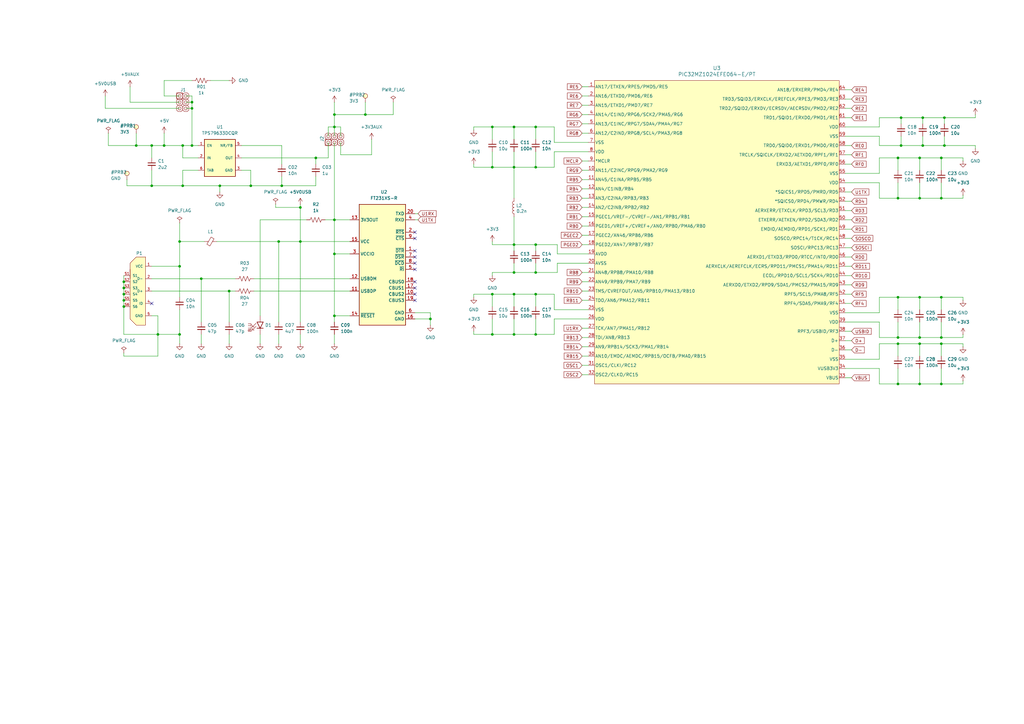
<source format=kicad_sch>
(kicad_sch (version 20250114) (generator "eeschema") (generator_version "9.0")
  (paper "A3")
  (junction (at 386.08 138.43))
  (junction (at 62.23 76.2))
  (junction (at 219.71 68.58))
  (junction (at 201.93 120.65))
  (junction (at 123.19 85.09))
  (junction (at 368.3 64.77))
  (junction (at 50.8 115.57))
  (junction (at 137.16 52.07))
  (junction (at 78.74 44.45))
  (junction (at 67.31 59.69))
  (junction (at 378.46 48.26))
  (junction (at 386.08 64.77))
  (junction (at 129.54 64.77))
  (junction (at 137.16 129.54))
  (junction (at 82.55 114.3))
  (junction (at 219.71 52.07))
  (junction (at 115.57 76.2))
  (junction (at 378.46 59.69))
  (junction (at 377.19 138.43))
  (junction (at 73.66 99.06))
  (junction (at 137.16 104.14))
  (junction (at 219.71 137.16))
  (junction (at 114.3 99.06))
  (junction (at 93.98 119.38))
  (junction (at 387.35 59.69))
  (junction (at 386.08 121.92))
  (junction (at 377.19 81.28))
  (junction (at 78.74 41.91))
  (junction (at 201.93 68.58))
  (junction (at 73.66 137.16))
  (junction (at 55.88 59.69))
  (junction (at 210.82 120.65))
  (junction (at 377.19 121.92))
  (junction (at 377.19 157.48))
  (junction (at 74.93 59.69))
  (junction (at 210.82 137.16))
  (junction (at 149.86 46.99))
  (junction (at 201.93 52.07))
  (junction (at 387.35 48.26))
  (junction (at 201.93 137.16))
  (junction (at 137.16 46.99))
  (junction (at 50.8 118.11))
  (junction (at 368.3 81.28))
  (junction (at 368.3 157.48))
  (junction (at 176.53 130.81))
  (junction (at 369.57 59.69))
  (junction (at 64.77 137.16))
  (junction (at 368.3 140.97))
  (junction (at 377.19 140.97))
  (junction (at 219.71 111.76))
  (junction (at 368.3 121.92))
  (junction (at 123.19 99.06))
  (junction (at 50.8 120.65))
  (junction (at 210.82 68.58))
  (junction (at 368.3 138.43))
  (junction (at 219.71 120.65))
  (junction (at 369.57 48.26))
  (junction (at 90.17 76.2))
  (junction (at 210.82 100.33))
  (junction (at 210.82 111.76))
  (junction (at 137.16 90.17))
  (junction (at 78.74 59.69))
  (junction (at 377.19 64.77))
  (junction (at 386.08 140.97))
  (junction (at 50.8 125.73))
  (junction (at 74.93 76.2))
  (junction (at 386.08 81.28))
  (junction (at 219.71 100.33))
  (junction (at 73.66 109.22))
  (junction (at 62.23 59.69))
  (junction (at 210.82 52.07))
  (junction (at 50.8 123.19))
  (junction (at 102.87 76.2))
  (junction (at 386.08 157.48))
  (no_connect (at 170.18 123.19))
  (no_connect (at 62.23 124.46))
  (no_connect (at 170.18 115.57))
  (no_connect (at 170.18 120.65))
  (no_connect (at 170.18 107.95))
  (no_connect (at 170.18 105.41))
  (no_connect (at 170.18 102.87))
  (no_connect (at 170.18 110.49))
  (no_connect (at 170.18 95.25))
  (no_connect (at 170.18 118.11))
  (no_connect (at 170.18 97.79))
  (wire (pts (xy 50.8 123.19) (xy 50.8 125.73)))
  (wire (pts (xy 368.3 64.77) (xy 368.3 69.85)))
  (wire (pts (xy 394.97 64.77) (xy 394.97 66.04)))
  (wire (pts (xy 238.76 111.76) (xy 241.3 111.76)))
  (wire (pts (xy 73.66 99.06) (xy 83.82 99.06)))
  (wire (pts (xy 194.31 120.65) (xy 201.93 120.65)))
  (wire (pts (xy 73.66 39.37) (xy 67.31 39.37)))
  (wire (pts (xy 219.71 130.81) (xy 219.71 137.16)))
  (wire (pts (xy 227.33 127) (xy 241.3 127)))
  (wire (pts (xy 88.9 99.06) (xy 114.3 99.06)))
  (wire (pts (xy 349.25 116.84) (xy 346.71 116.84)))
  (wire (pts (xy 360.68 132.08) (xy 360.68 138.43)))
  (wire (pts (xy 238.76 46.99) (xy 241.3 46.99)))
  (wire (pts (xy 387.35 55.88) (xy 387.35 59.69)))
  (wire (pts (xy 377.19 64.77) (xy 377.19 69.85)))
  (wire (pts (xy 369.57 48.26) (xy 360.68 48.26)))
  (wire (pts (xy 349.25 124.46) (xy 346.71 124.46)))
  (wire (pts (xy 74.93 76.2) (xy 90.17 76.2)))
  (wire (pts (xy 238.76 73.66) (xy 241.3 73.66)))
  (wire (pts (xy 74.93 69.85) (xy 74.93 76.2)))
  (wire (pts (xy 93.98 119.38) (xy 96.52 119.38)))
  (wire (pts (xy 386.08 81.28) (xy 377.19 81.28)))
  (wire (pts (xy 115.57 76.2) (xy 115.57 72.39)))
  (wire (pts (xy 369.57 59.69) (xy 360.68 59.69)))
  (wire (pts (xy 81.28 69.85) (xy 74.93 69.85)))
  (wire (pts (xy 360.68 121.92) (xy 368.3 121.92)))
  (wire (pts (xy 360.68 64.77) (xy 360.68 71.12)))
  (wire (pts (xy 346.71 132.08) (xy 360.68 132.08)))
  (wire (pts (xy 228.6 104.14) (xy 241.3 104.14)))
  (wire (pts (xy 360.68 151.13) (xy 360.68 157.48)))
  (wire (pts (xy 238.76 54.61) (xy 241.3 54.61)))
  (wire (pts (xy 62.23 64.77) (xy 62.23 59.69)))
  (wire (pts (xy 238.76 69.85) (xy 241.3 69.85)))
  (wire (pts (xy 387.35 48.26) (xy 387.35 50.8)))
  (wire (pts (xy 210.82 120.65) (xy 210.82 125.73)))
  (wire (pts (xy 227.33 52.07) (xy 219.71 52.07)))
  (wire (pts (xy 377.19 121.92) (xy 377.19 127)))
  (wire (pts (xy 227.33 58.42) (xy 227.33 52.07)))
  (wire (pts (xy 349.25 86.36) (xy 346.71 86.36)))
  (wire (pts (xy 227.33 127) (xy 227.33 120.65)))
  (wire (pts (xy 194.31 135.89) (xy 194.31 137.16)))
  (wire (pts (xy 123.19 85.09) (xy 123.19 99.06)))
  (wire (pts (xy 78.74 44.45) (xy 78.74 59.69)))
  (wire (pts (xy 386.08 64.77) (xy 377.19 64.77)))
  (wire (pts (xy 50.8 137.16) (xy 64.77 137.16)))
  (wire (pts (xy 149.86 41.91) (xy 149.86 46.99)))
  (wire (pts (xy 349.25 139.7) (xy 346.71 139.7)))
  (wire (pts (xy 176.53 130.81) (xy 170.18 130.81)))
  (wire (pts (xy 53.34 35.56) (xy 53.34 41.91)))
  (wire (pts (xy 368.3 74.93) (xy 368.3 81.28)))
  (wire (pts (xy 137.16 129.54) (xy 143.51 129.54)))
  (wire (pts (xy 201.93 111.76) (xy 210.82 111.76)))
  (wire (pts (xy 227.33 130.81) (xy 241.3 130.81)))
  (wire (pts (xy 400.05 46.99) (xy 400.05 48.26)))
  (wire (pts (xy 194.31 68.58) (xy 201.93 68.58)))
  (wire (pts (xy 349.25 36.83) (xy 346.71 36.83)))
  (wire (pts (xy 368.3 140.97) (xy 377.19 140.97)))
  (wire (pts (xy 349.25 90.17) (xy 346.71 90.17)))
  (wire (pts (xy 219.71 111.76) (xy 228.6 111.76)))
  (wire (pts (xy 377.19 140.97) (xy 377.19 146.05)))
  (wire (pts (xy 349.25 82.55) (xy 346.71 82.55)))
  (wire (pts (xy 73.66 91.44) (xy 73.66 99.06)))
  (wire (pts (xy 349.25 101.6) (xy 346.71 101.6)))
  (wire (pts (xy 67.31 59.69) (xy 74.93 59.69)))
  (wire (pts (xy 64.77 129.54) (xy 64.77 137.16)))
  (wire (pts (xy 219.71 52.07) (xy 210.82 52.07)))
  (wire (pts (xy 387.35 59.69) (xy 378.46 59.69)))
  (wire (pts (xy 219.71 120.65) (xy 210.82 120.65)))
  (wire (pts (xy 62.23 76.2) (xy 74.93 76.2)))
  (wire (pts (xy 137.16 46.99) (xy 137.16 52.07)))
  (wire (pts (xy 113.03 85.09) (xy 113.03 83.82)))
  (wire (pts (xy 73.66 109.22) (xy 73.66 121.92)))
  (wire (pts (xy 123.19 99.06) (xy 114.3 99.06)))
  (wire (pts (xy 377.19 151.13) (xy 377.19 157.48)))
  (wire (pts (xy 78.74 41.91) (xy 76.2 41.91)))
  (wire (pts (xy 106.68 90.17) (xy 125.73 90.17)))
  (wire (pts (xy 368.3 140.97) (xy 368.3 146.05)))
  (wire (pts (xy 201.93 62.23) (xy 201.93 68.58)))
  (wire (pts (xy 201.93 111.76) (xy 201.93 113.03)))
  (wire (pts (xy 386.08 138.43) (xy 377.19 138.43)))
  (wire (pts (xy 210.82 111.76) (xy 219.71 111.76)))
  (wire (pts (xy 346.71 147.32) (xy 360.68 147.32)))
  (wire (pts (xy 394.97 81.28) (xy 386.08 81.28)))
  (wire (pts (xy 137.16 41.91) (xy 137.16 46.99)))
  (wire (pts (xy 238.76 138.43) (xy 241.3 138.43)))
  (wire (pts (xy 368.3 151.13) (xy 368.3 157.48)))
  (wire (pts (xy 346.71 52.07) (xy 360.68 52.07)))
  (wire (pts (xy 386.08 151.13) (xy 386.08 157.48)))
  (wire (pts (xy 394.97 121.92) (xy 394.97 123.19)))
  (wire (pts (xy 194.31 67.31) (xy 194.31 68.58)))
  (wire (pts (xy 227.33 130.81) (xy 227.33 137.16)))
  (wire (pts (xy 50.8 118.11) (xy 50.8 120.65)))
  (wire (pts (xy 62.23 114.3) (xy 82.55 114.3)))
  (wire (pts (xy 201.93 52.07) (xy 201.93 57.15)))
  (wire (pts (xy 219.71 107.95) (xy 219.71 111.76)))
  (wire (pts (xy 227.33 58.42) (xy 241.3 58.42)))
  (wire (pts (xy 106.68 137.16) (xy 106.68 140.97)))
  (wire (pts (xy 194.31 52.07) (xy 194.31 53.34)))
  (wire (pts (xy 360.68 121.92) (xy 360.68 128.27)))
  (wire (pts (xy 394.97 140.97) (xy 386.08 140.97)))
  (wire (pts (xy 377.19 132.08) (xy 377.19 138.43)))
  (wire (pts (xy 394.97 140.97) (xy 394.97 142.24)))
  (wire (pts (xy 368.3 132.08) (xy 368.3 138.43)))
  (wire (pts (xy 134.62 52.07) (xy 137.16 52.07)))
  (wire (pts (xy 50.8 115.57) (xy 50.8 118.11)))
  (wire (pts (xy 349.25 97.79) (xy 346.71 97.79)))
  (wire (pts (xy 129.54 67.31) (xy 129.54 64.77)))
  (wire (pts (xy 99.06 64.77) (xy 129.54 64.77)))
  (wire (pts (xy 369.57 48.26) (xy 369.57 50.8)))
  (wire (pts (xy 137.16 129.54) (xy 137.16 132.08)))
  (wire (pts (xy 194.31 52.07) (xy 201.93 52.07)))
  (wire (pts (xy 210.82 100.33) (xy 219.71 100.33)))
  (wire (pts (xy 219.71 68.58) (xy 227.33 68.58)))
  (wire (pts (xy 210.82 130.81) (xy 210.82 137.16)))
  (wire (pts (xy 378.46 48.26) (xy 378.46 50.8)))
  (wire (pts (xy 139.7 63.5) (xy 152.4 63.5)))
  (wire (pts (xy 377.19 74.93) (xy 377.19 81.28)))
  (wire (pts (xy 386.08 157.48) (xy 377.19 157.48)))
  (wire (pts (xy 369.57 55.88) (xy 369.57 59.69)))
  (wire (pts (xy 360.68 64.77) (xy 368.3 64.77)))
  (wire (pts (xy 78.74 44.45) (xy 78.74 41.91)))
  (wire (pts (xy 349.25 93.98) (xy 346.71 93.98)))
  (wire (pts (xy 210.82 68.58) (xy 210.82 81.28)))
  (wire (pts (xy 86.36 33.02) (xy 93.98 33.02)))
  (wire (pts (xy 349.25 143.51) (xy 346.71 143.51)))
  (wire (pts (xy 113.03 85.09) (xy 123.19 85.09)))
  (wire (pts (xy 201.93 120.65) (xy 201.93 125.73)))
  (wire (pts (xy 349.25 113.03) (xy 346.71 113.03)))
  (wire (pts (xy 238.76 123.19) (xy 241.3 123.19)))
  (wire (pts (xy 394.97 80.01) (xy 394.97 81.28)))
  (wire (pts (xy 394.97 64.77) (xy 386.08 64.77)))
  (wire (pts (xy 78.74 59.69) (xy 81.28 59.69)))
  (wire (pts (xy 219.71 137.16) (xy 227.33 137.16)))
  (wire (pts (xy 143.51 90.17) (xy 137.16 90.17)))
  (wire (pts (xy 368.3 138.43) (xy 360.68 138.43)))
  (wire (pts (xy 93.98 119.38) (xy 93.98 132.08)))
  (wire (pts (xy 210.82 52.07) (xy 210.82 57.15)))
  (wire (pts (xy 346.71 128.27) (xy 360.68 128.27)))
  (wire (pts (xy 78.74 39.37) (xy 78.74 41.91)))
  (wire (pts (xy 137.16 104.14) (xy 137.16 129.54)))
  (wire (pts (xy 227.33 62.23) (xy 241.3 62.23)))
  (wire (pts (xy 368.3 81.28) (xy 360.68 81.28)))
  (wire (pts (xy 115.57 67.31) (xy 115.57 59.69)))
  (wire (pts (xy 346.71 55.88) (xy 360.68 55.88)))
  (wire (pts (xy 228.6 104.14) (xy 228.6 100.33)))
  (wire (pts (xy 238.76 92.71) (xy 241.3 92.71)))
  (wire (pts (xy 64.77 146.05) (xy 50.8 146.05)))
  (wire (pts (xy 74.93 59.69) (xy 78.74 59.69)))
  (wire (pts (xy 73.66 99.06) (xy 73.66 109.22)))
  (wire (pts (xy 64.77 137.16) (xy 73.66 137.16)))
  (wire (pts (xy 115.57 59.69) (xy 99.06 59.69)))
  (wire (pts (xy 201.93 120.65) (xy 210.82 120.65)))
  (wire (pts (xy 137.16 52.07) (xy 137.16 55.88)))
  (wire (pts (xy 52.07 76.2) (xy 62.23 76.2)))
  (wire (pts (xy 123.19 137.16) (xy 123.19 140.97)))
  (wire (pts (xy 114.3 137.16) (xy 114.3 140.97)))
  (wire (pts (xy 400.05 48.26) (xy 387.35 48.26)))
  (wire (pts (xy 106.68 90.17) (xy 106.68 129.54)))
  (wire (pts (xy 349.25 40.64) (xy 346.71 40.64)))
  (wire (pts (xy 90.17 76.2) (xy 90.17 78.74)))
  (wire (pts (xy 238.76 100.33) (xy 241.3 100.33)))
  (wire (pts (xy 238.76 35.56) (xy 241.3 35.56)))
  (wire (pts (xy 67.31 39.37) (xy 67.31 33.02)))
  (wire (pts (xy 394.97 138.43) (xy 386.08 138.43)))
  (wire (pts (xy 62.23 109.22) (xy 73.66 109.22)))
  (wire (pts (xy 139.7 58.42) (xy 139.7 63.5)))
  (wire (pts (xy 394.97 157.48) (xy 386.08 157.48)))
  (wire (pts (xy 82.55 132.08) (xy 82.55 114.3)))
  (wire (pts (xy 368.3 157.48) (xy 360.68 157.48)))
  (wire (pts (xy 394.97 137.16) (xy 394.97 138.43)))
  (wire (pts (xy 102.87 69.85) (xy 99.06 69.85)))
  (wire (pts (xy 67.31 54.61) (xy 67.31 59.69)))
  (wire (pts (xy 170.18 90.17) (xy 171.45 90.17)))
  (wire (pts (xy 349.25 78.74) (xy 346.71 78.74)))
  (wire (pts (xy 201.93 130.81) (xy 201.93 137.16)))
  (wire (pts (xy 210.82 68.58) (xy 219.71 68.58)))
  (wire (pts (xy 64.77 137.16) (xy 64.77 146.05)))
  (wire (pts (xy 123.19 85.09) (xy 123.19 83.82)))
  (wire (pts (xy 170.18 87.63) (xy 171.45 87.63)))
  (wire (pts (xy 400.05 59.69) (xy 387.35 59.69)))
  (wire (pts (xy 394.97 121.92) (xy 386.08 121.92)))
  (wire (pts (xy 238.76 50.8) (xy 241.3 50.8)))
  (wire (pts (xy 194.31 137.16) (xy 201.93 137.16)))
  (wire (pts (xy 115.57 76.2) (xy 129.54 76.2)))
  (wire (pts (xy 67.31 33.02) (xy 78.74 33.02)))
  (wire (pts (xy 137.16 90.17) (xy 137.16 104.14)))
  (wire (pts (xy 55.88 59.69) (xy 62.23 59.69)))
  (wire (pts (xy 349.25 63.5) (xy 346.71 63.5)))
  (wire (pts (xy 50.8 120.65) (xy 50.8 123.19)))
  (wire (pts (xy 62.23 76.2) (xy 62.23 69.85)))
  (wire (pts (xy 349.25 44.45) (xy 346.71 44.45)))
  (wire (pts (xy 73.66 127) (xy 73.66 137.16)))
  (wire (pts (xy 210.82 88.9) (xy 210.82 100.33)))
  (wire (pts (xy 360.68 140.97) (xy 368.3 140.97)))
  (wire (pts (xy 201.93 137.16) (xy 210.82 137.16)))
  (wire (pts (xy 349.25 135.89) (xy 346.71 135.89)))
  (wire (pts (xy 134.62 55.88) (xy 134.62 52.07)))
  (wire (pts (xy 62.23 119.38) (xy 93.98 119.38)))
  (wire (pts (xy 149.86 46.99) (xy 137.16 46.99)))
  (wire (pts (xy 210.82 137.16) (xy 219.71 137.16)))
  (wire (pts (xy 44.45 59.69) (xy 55.88 59.69)))
  (wire (pts (xy 67.31 59.69) (xy 62.23 59.69)))
  (wire (pts (xy 170.18 128.27) (xy 176.53 128.27)))
  (wire (pts (xy 114.3 99.06) (xy 114.3 132.08)))
  (wire (pts (xy 349.25 109.22) (xy 346.71 109.22)))
  (wire (pts (xy 123.19 99.06) (xy 123.19 132.08)))
  (wire (pts (xy 360.68 74.93) (xy 360.68 81.28)))
  (wire (pts (xy 143.51 119.38) (xy 104.14 119.38)))
  (wire (pts (xy 238.76 66.04) (xy 241.3 66.04)))
  (wire (pts (xy 50.8 125.73) (xy 50.8 137.16)))
  (wire (pts (xy 143.51 99.06) (xy 123.19 99.06)))
  (wire (pts (xy 43.18 39.37) (xy 43.18 44.45)))
  (wire (pts (xy 219.71 62.23) (xy 219.71 68.58)))
  (wire (pts (xy 386.08 140.97) (xy 377.19 140.97)))
  (wire (pts (xy 360.68 55.88) (xy 360.68 59.69)))
  (wire (pts (xy 137.16 58.42) (xy 137.16 90.17)))
  (wire (pts (xy 349.25 67.31) (xy 346.71 67.31)))
  (wire (pts (xy 81.28 64.77) (xy 74.93 64.77)))
  (wire (pts (xy 238.76 142.24) (xy 241.3 142.24)))
  (wire (pts (xy 360.68 71.12) (xy 346.71 71.12)))
  (wire (pts (xy 82.55 137.16) (xy 82.55 140.97)))
  (wire (pts (xy 238.76 81.28) (xy 241.3 81.28)))
  (wire (pts (xy 137.16 137.16) (xy 137.16 140.97)))
  (wire (pts (xy 219.71 120.65) (xy 219.71 125.73)))
  (wire (pts (xy 227.33 120.65) (xy 219.71 120.65)))
  (wire (pts (xy 50.8 113.03) (xy 50.8 115.57)))
  (wire (pts (xy 74.93 64.77) (xy 74.93 59.69)))
  (wire (pts (xy 238.76 43.18) (xy 241.3 43.18)))
  (wire (pts (xy 349.25 154.94) (xy 346.71 154.94)))
  (wire (pts (xy 201.93 68.58) (xy 210.82 68.58)))
  (wire (pts (xy 73.66 44.45) (xy 43.18 44.45)))
  (wire (pts (xy 161.29 46.99) (xy 149.86 46.99)))
  (wire (pts (xy 238.76 88.9) (xy 241.3 88.9)))
  (wire (pts (xy 201.93 100.33) (xy 210.82 100.33)))
  (wire (pts (xy 378.46 55.88) (xy 378.46 59.69)))
  (wire (pts (xy 349.25 59.69) (xy 346.71 59.69)))
  (wire (pts (xy 386.08 74.93) (xy 386.08 81.28)))
  (wire (pts (xy 238.76 77.47) (xy 241.3 77.47)))
  (wire (pts (xy 386.08 121.92) (xy 386.08 127)))
  (wire (pts (xy 238.76 96.52) (xy 241.3 96.52)))
  (wire (pts (xy 139.7 52.07) (xy 139.7 55.88)))
  (wire (pts (xy 349.25 120.65) (xy 346.71 120.65)))
  (wire (pts (xy 360.68 74.93) (xy 346.71 74.93)))
  (wire (pts (xy 400.05 59.69) (xy 400.05 60.96)))
  (wire (pts (xy 137.16 52.07) (xy 139.7 52.07)))
  (wire (pts (xy 134.62 64.77) (xy 134.62 58.42)))
  (wire (pts (xy 102.87 76.2) (xy 115.57 76.2)))
  (wire (pts (xy 368.3 121.92) (xy 368.3 127)))
  (wire (pts (xy 93.98 137.16) (xy 93.98 140.97)))
  (wire (pts (xy 210.82 62.23) (xy 210.82 68.58)))
  (wire (pts (xy 137.16 104.14) (xy 143.51 104.14)))
  (wire (pts (xy 360.68 52.07) (xy 360.68 48.26)))
  (wire (pts (xy 238.76 119.38) (xy 241.3 119.38)))
  (wire (pts (xy 129.54 76.2) (xy 129.54 72.39)))
  (wire (pts (xy 176.53 130.81) (xy 176.53 133.35)))
  (wire (pts (xy 386.08 132.08) (xy 386.08 138.43)))
  (wire (pts (xy 360.68 140.97) (xy 360.68 147.32)))
  (wire (pts (xy 238.76 134.62) (xy 241.3 134.62)))
  (wire (pts (xy 394.97 156.21) (xy 394.97 157.48)))
  (wire (pts (xy 386.08 121.92) (xy 377.19 121.92)))
  (wire (pts (xy 161.29 41.91) (xy 161.29 46.99)))
  (wire (pts (xy 228.6 107.95) (xy 241.3 107.95)))
  (wire (pts (xy 76.2 44.45) (xy 78.74 44.45)))
  (wire (pts (xy 238.76 85.09) (xy 241.3 85.09)))
  (wire (pts (xy 227.33 62.23) (xy 227.33 68.58)))
  (wire (pts (xy 346.71 151.13) (xy 360.68 151.13)))
  (wire (pts (xy 219.71 52.07) (xy 219.71 57.15)))
  (wire (pts (xy 238.76 153.67) (xy 241.3 153.67)))
  (wire (pts (xy 377.19 157.48) (xy 368.3 157.48)))
  (wire (pts (xy 55.88 54.61) (xy 55.88 59.69)))
  (wire (pts (xy 368.3 121.92) (xy 377.19 121.92)))
  (wire (pts (xy 73.66 137.16) (xy 73.66 140.97)))
  (wire (pts (xy 349.25 48.26) (xy 346.71 48.26)))
  (wire (pts (xy 387.35 48.26) (xy 378.46 48.26)))
  (wire (pts (xy 219.71 100.33) (xy 228.6 100.33)))
  (wire (pts (xy 73.66 41.91) (xy 53.34 41.91)))
  (wire (pts (xy 62.23 129.54) (xy 64.77 129.54)))
  (wire (pts (xy 368.3 64.77) (xy 377.19 64.77)))
  (wire (pts (xy 201.93 52.07) (xy 210.82 52.07)))
  (wire (pts (xy 133.35 90.17) (xy 137.16 90.17)))
  (wire (pts (xy 82.55 114.3) (xy 96.52 114.3)))
  (wire (pts (xy 52.07 73.66) (xy 52.07 76.2)))
  (wire (pts (xy 210.82 100.33) (xy 210.82 102.87)))
  (wire (pts (xy 104.14 114.3) (xy 143.51 114.3)))
  (wire (pts (xy 210.82 107.95) (xy 210.82 111.76)))
  (wire (pts (xy 377.19 81.28) (xy 368.3 81.28)))
  (wire (pts (xy 228.6 107.95) (xy 228.6 111.76)))
  (wire (pts (xy 378.46 59.69) (xy 369.57 59.69)))
  (wire (pts (xy 386.08 140.97) (xy 386.08 146.05)))
  (wire (pts (xy 377.19 138.43) (xy 368.3 138.43)))
  (wire (pts (xy 238.76 39.37) (xy 241.3 39.37)))
  (wire (pts (xy 176.53 128.27) (xy 176.53 130.81)))
  (wire (pts (xy 194.31 120.65) (xy 194.31 121.92)))
  (wire (pts (xy 219.71 100.33) (xy 219.71 102.87)))
  (wire (pts (xy 378.46 48.26) (xy 369.57 48.26)))
  (wire (pts (xy 90.17 76.2) (xy 102.87 76.2)))
  (wire (pts (xy 349.25 105.41) (xy 346.71 105.41)))
  (wire (pts (xy 201.93 99.06) (xy 201.93 100.33)))
  (wire (pts (xy 76.2 39.37) (xy 78.74 39.37)))
  (wire (pts (xy 386.08 64.77) (xy 386.08 69.85)))
  (wire (pts (xy 238.76 115.57) (xy 241.3 115.57)))
  (wire (pts (xy 50.8 144.78) (xy 50.8 146.05)))
  (wire (pts (xy 102.87 76.2) (xy 102.87 69.85)))
  (wire (pts (xy 129.54 64.77) (xy 134.62 64.77)))
  (wire (pts (xy 238.76 149.86) (xy 241.3 149.86)))
  (wire (pts (xy 238.76 146.05) (xy 241.3 146.05)))
  (wire (pts (xy 44.45 59.69) (xy 44.45 54.61)))
  (wire (pts (xy 152.4 57.15) (xy 152.4 63.5)))
  (global_label "RD9" (shape input) (at 349.25 116.84 0) (property "Intersheetrefs" "${INTERSHEET_REFS}" (effects (hide yes))))
  (global_label "RD1" (shape input) (at 349.25 93.98 0) (property "Intersheetrefs" "${INTERSHEET_REFS}" (effects (hide yes))))
  (global_label "OSC2" (shape input) (at 238.76 153.67 180) (property "Intersheetrefs" "${INTERSHEET_REFS}" (effects (hide yes))))
  (global_label "RB2" (shape input) (at 238.76 85.09 180) (property "Intersheetrefs" "${INTERSHEET_REFS}" (effects (hide yes))))
  (global_label "RE2" (shape input) (at 349.25 44.45 0) (property "Intersheetrefs" "${INTERSHEET_REFS}" (effects (hide yes))))
  (global_label "MCLR" (shape input) (at 238.76 66.04 180) (property "Intersheetrefs" "${INTERSHEET_REFS}" (effects (hide yes))))
  (global_label "U1RX" (shape input) (at 238.76 134.62 180) (property "Intersheetrefs" "${INTERSHEET_REFS}" (effects (hide yes))))
  (global_label "RB5" (shape input) (at 238.76 73.66 180) (property "Intersheetrefs" "${INTERSHEET_REFS}" (effects (hide yes))))
  (global_label "RD3" (shape input) (at 349.25 86.36 0) (property "Intersheetrefs" "${INTERSHEET_REFS}" (effects (hide yes))))
  (global_label "RE3" (shape input) (at 349.25 40.64 0) (property "Intersheetrefs" "${INTERSHEET_REFS}" (effects (hide yes))))
  (global_label "RG6" (shape input) (at 238.76 46.99 180) (property "Intersheetrefs" "${INTERSHEET_REFS}" (effects (hide yes))))
  (global_label "RB15" (shape input) (at 238.76 146.05 180) (property "Intersheetrefs" "${INTERSHEET_REFS}" (effects (hide yes))))
  (global_label "RF1" (shape input) (at 349.25 63.5 0) (property "Intersheetrefs" "${INTERSHEET_REFS}" (effects (hide yes))))
  (global_label "RF4" (shape input) (at 349.25 124.46 0) (property "Intersheetrefs" "${INTERSHEET_REFS}" (effects (hide yes))))
  (global_label "RD11" (shape input) (at 349.25 109.22 0) (property "Intersheetrefs" "${INTERSHEET_REFS}" (effects (hide yes))))
  (global_label "U1TX" (shape input) (at 171.45 90.17 0) (property "Intersheetrefs" "${INTERSHEET_REFS}" (effects (hide yes))))
  (global_label "RF0" (shape input) (at 349.25 67.31 0) (property "Intersheetrefs" "${INTERSHEET_REFS}" (effects (hide yes))))
  (global_label "RB11" (shape input) (at 238.76 123.19 180) (property "Intersheetrefs" "${INTERSHEET_REFS}" (effects (hide yes))))
  (global_label "RF5" (shape input) (at 349.25 120.65 0) (property "Intersheetrefs" "${INTERSHEET_REFS}" (effects (hide yes))))
  (global_label "RB3" (shape input) (at 238.76 81.28 180) (property "Intersheetrefs" "${INTERSHEET_REFS}" (effects (hide yes))))
  (global_label "USBID" (shape input) (at 349.25 135.89 0) (property "Intersheetrefs" "${INTERSHEET_REFS}" (effects (hide yes))))
  (global_label "PGED2" (shape input) (at 238.76 100.33 180) (property "Intersheetrefs" "${INTERSHEET_REFS}" (effects (hide yes))))
  (global_label "RB1" (shape input) (at 238.76 88.9 180) (property "Intersheetrefs" "${INTERSHEET_REFS}" (effects (hide yes))))
  (global_label "RE5" (shape input) (at 238.76 35.56 180) (property "Intersheetrefs" "${INTERSHEET_REFS}" (effects (hide yes))))
  (global_label "RB13" (shape input) (at 238.76 138.43 180) (property "Intersheetrefs" "${INTERSHEET_REFS}" (effects (hide yes))))
  (global_label "D-" (shape input) (at 349.25 143.51 0) (property "Intersheetrefs" "${INTERSHEET_REFS}" (effects (hide yes))))
  (global_label "RE6" (shape input) (at 238.76 39.37 180) (property "Intersheetrefs" "${INTERSHEET_REFS}" (effects (hide yes))))
  (global_label "RD10" (shape input) (at 349.25 113.03 0) (property "Intersheetrefs" "${INTERSHEET_REFS}" (effects (hide yes))))
  (global_label "RE4" (shape input) (at 349.25 36.83 0) (property "Intersheetrefs" "${INTERSHEET_REFS}" (effects (hide yes))))
  (global_label "U1RX" (shape input) (at 171.45 87.63 0) (property "Intersheetrefs" "${INTERSHEET_REFS}" (effects (hide yes))))
  (global_label "RB14" (shape input) (at 238.76 142.24 180) (property "Intersheetrefs" "${INTERSHEET_REFS}" (effects (hide yes))))
  (global_label "RD2" (shape input) (at 349.25 90.17 0) (property "Intersheetrefs" "${INTERSHEET_REFS}" (effects (hide yes))))
  (global_label "RD4" (shape input) (at 349.25 82.55 0) (property "Intersheetrefs" "${INTERSHEET_REFS}" (effects (hide yes))))
  (global_label "RB10" (shape input) (at 238.76 119.38 180) (property "Intersheetrefs" "${INTERSHEET_REFS}" (effects (hide yes))))
  (global_label "RE7" (shape input) (at 238.76 43.18 180) (property "Intersheetrefs" "${INTERSHEET_REFS}" (effects (hide yes))))
  (global_label "RD0" (shape input) (at 349.25 105.41 0) (property "Intersheetrefs" "${INTERSHEET_REFS}" (effects (hide yes))))
  (global_label "PGEC2" (shape input) (at 238.76 96.52 180) (property "Intersheetrefs" "${INTERSHEET_REFS}" (effects (hide yes))))
  (global_label "D+" (shape input) (at 349.25 139.7 0) (property "Intersheetrefs" "${INTERSHEET_REFS}" (effects (hide yes))))
  (global_label "RG7" (shape input) (at 238.76 50.8 180) (property "Intersheetrefs" "${INTERSHEET_REFS}" (effects (hide yes))))
  (global_label "RB8" (shape input) (at 238.76 111.76 180) (property "Intersheetrefs" "${INTERSHEET_REFS}" (effects (hide yes))))
  (global_label "RE0" (shape input) (at 349.25 59.69 0) (property "Intersheetrefs" "${INTERSHEET_REFS}" (effects (hide yes))))
  (global_label "RB0" (shape input) (at 238.76 92.71 180) (property "Intersheetrefs" "${INTERSHEET_REFS}" (effects (hide yes))))
  (global_label "SOSCI" (shape input) (at 349.25 101.6 0) (property "Intersheetrefs" "${INTERSHEET_REFS}" (effects (hide yes))))
  (global_label "RG8" (shape input) (at 238.76 54.61 180) (property "Intersheetrefs" "${INTERSHEET_REFS}" (effects (hide yes))))
  (global_label "SOSCO" (shape input) (at 349.25 97.79 0) (property "Intersheetrefs" "${INTERSHEET_REFS}" (effects (hide yes))))
  (global_label "RE1" (shape input) (at 349.25 48.26 0) (property "Intersheetrefs" "${INTERSHEET_REFS}" (effects (hide yes))))
  (global_label "VBUS" (shape input) (at 349.25 154.94 0) (property "Intersheetrefs" "${INTERSHEET_REFS}" (effects (hide yes))))
  (global_label "RB4" (shape input) (at 238.76 77.47 180) (property "Intersheetrefs" "${INTERSHEET_REFS}" (effects (hide yes))))
  (global_label "RB9" (shape input) (at 238.76 115.57 180) (property "Intersheetrefs" "${INTERSHEET_REFS}" (effects (hide yes))))
  (global_label "U1TX" (shape input) (at 349.25 78.74 0) (property "Intersheetrefs" "${INTERSHEET_REFS}" (effects (hide yes))))
  (global_label "RG9" (shape input) (at 238.76 69.85 180) (property "Intersheetrefs" "${INTERSHEET_REFS}" (effects (hide yes))))
  (global_label "OSC1" (shape input) (at 238.76 149.86 180) (property "Intersheetrefs" "${INTERSHEET_REFS}" (effects (hide yes))))
  (symbol (lib_id "Lib:10118194-0001LF") (at 55.88 123.19 0) (unit 1)
    (property "Reference" "P1" (at 57.15 103.886 0))
    (property "Value" "10118194-0001LF" (effects (hide yes)))
    (property "Footprint" "Lib_fp:AMPHENOL_10118194-0001LF" (effects (hide yes)))
    (property "MF" "Amphenol" (effects (hide yes)))
    (property "MAXIMUM_PACKAGE_HEIGHT" "2.66mm" (effects (hide yes)))
    (property "Package" "None" (effects (hide yes)))
    (property "Price" "None" (effects (hide yes)))
    (property "Check_prices" "https://www.snapeda.com/parts/10118194-0001LF/Amphenol/view-part/?ref=eda" (effects (hide yes)))
    (property "STANDARD" "Manufacturer Recommendations" (effects (hide yes)))
    (property "PARTREV" "D" (effects (hide yes)))
    (property "SnapEDA_Link" "https://www.snapeda.com/parts/10118194-0001LF/Amphenol/view-part/?ref=snap" (effects (hide yes)))
    (property "MP" "10118194-0001LF" (effects (hide yes)))
    (property "Description_1" "Micro USB, Input Output Connectors, B TYPE RECEPTACLE with flange" (effects (hide yes)))
    (property "Availability" "In Stock" (effects (hide yes)))
    (property "MANUFACTURER" "Amphenol" (effects (hide yes)))
  )
  (symbol (lib_id "Lib:EXPOSED_COPPER_PAD_ROUNDED") (at 52.07 71.12 0) (unit 1) (in_bom no) (on_board no)
    (property "Reference" "#PRB3" (at 45.466 70.612 0) (effects (justify left)))
    (property "Value" "GND" (at 45.466 73.152 0) (effects (justify left)))
  )
  (symbol (lib_id "Device:C_Small") (at 201.93 128.27 0) (unit 1)
    (property "Reference" "C15" (at 204.47 127.0062 0) (effects (justify left)))
    (property "Value" "10u" (at 204.47 129.5462 0) (effects (justify left)))
    (property "Footprint" "Capacitor_SMD:C_0805_2012Metric_Pad1.18x1.45mm_HandSolder" (effects (hide yes)))
    (property "Description" "Unpolarized capacitor, small symbol" (effects (hide yes)))
  )
  (symbol (lib_id "Device:C_Small") (at 377.19 129.54 0) (unit 1)
    (property "Reference" "C25" (at 379.73 128.2762 0) (effects (justify left)))
    (property "Value" "100n" (at 379.73 130.8162 0) (effects (justify left)))
    (property "Footprint" "Capacitor_SMD:C_0603_1608Metric_Pad1.08x0.95mm_HandSolder" (effects (hide yes)))
    (property "Description" "Unpolarized capacitor, small symbol" (effects (hide yes)))
  )
  (symbol (lib_id "power:+3V3") (at 201.93 99.06 0) (unit 1)
    (property "Reference" "#PWR022" (effects (hide yes)))
    (property "Value" "+3V3" (at 201.93 93.98 0))
    (property "Description" "Power symbol creates a global label with name \"+3V3\"" (effects (hide yes)))
  )
  (symbol (lib_id "Device:C_Small") (at 369.57 53.34 0) (unit 1)
    (property "Reference" "C18" (at 372.11 52.0762 0) (effects (justify left)))
    (property "Value" "10n" (at 372.11 54.6162 0) (effects (justify left)))
    (property "Footprint" "Capacitor_SMD:C_0603_1608Metric_Pad1.08x0.95mm_HandSolder" (effects (hide yes)))
    (property "Description" "Unpolarized capacitor, small symbol" (effects (hide yes)))
  )
  (symbol (lib_id "power:GND") (at 73.66 140.97 0) (unit 1)
    (property "Reference" "#PWR08" (effects (hide yes)))
    (property "Value" "GND" (at 73.66 146.05 0))
    (property "Description" "Power symbol creates a global label with name \"GND\" , ground" (effects (hide yes)))
  )
  (symbol (lib_id "power:+5V") (at 43.18 39.37 0) (unit 1)
    (property "Reference" "#PWR014" (effects (hide yes)))
    (property "Value" "+5V0USB" (at 43.18 34.29 0))
    (property "Description" "Power symbol creates a global label with name \"+5V\"" (effects (hide yes)))
  )
  (symbol (lib_id "Device:C_Small") (at 368.3 129.54 0) (unit 1)
    (property "Reference" "C24" (at 370.84 128.2762 0) (effects (justify left)))
    (property "Value" "10n" (at 370.84 130.8162 0) (effects (justify left)))
    (property "Footprint" "Capacitor_SMD:C_0603_1608Metric_Pad1.08x0.95mm_HandSolder" (effects (hide yes)))
    (property "Description" "Unpolarized capacitor, small symbol" (effects (hide yes)))
  )
  (symbol (lib_id "power:GND") (at 137.16 140.97 0) (unit 1)
    (property "Reference" "#PWR03" (effects (hide yes)))
    (property "Value" "GND" (at 137.16 146.05 0))
    (property "Description" "Power symbol creates a global label with name \"GND\" , ground" (effects (hide yes)))
  )
  (symbol (lib_id "Device:R_US") (at 82.55 33.02 90) (unit 1)
    (property "Reference" "R01" (at 82.55 35.56 90))
    (property "Value" "1k" (at 82.55 38.1 90))
    (property "Footprint" "Resistor_SMD:R_0603_1608Metric_Pad0.98x0.95mm_HandSolder" (effects (hide yes)))
    (property "Description" "Resistor, US symbol" (effects (hide yes)))
  )
  (symbol (lib_id "power:+3V3") (at 400.05 46.99 0) (mirror y) (unit 1)
    (property "Reference" "#PWR023" (effects (hide yes)))
    (property "Value" "+3V3" (at 400.05 41.91 0))
    (property "Description" "Power symbol creates a global label with name \"+3V3\"" (effects (hide yes)))
  )
  (symbol (lib_id "Lib:Conn_02x03_Odd_Even") (at 137.16 57.15 0) (unit 1)
    (property "Reference" "J2" (at 132.08 58.166 90) (effects (justify left)))
    (property "Value" "Conn_02x03_Odd_Even" (effects (hide yes)))
    (property "Description" "Generic connector, double row, 02x03, odd/even pin numbering scheme (row 1 odd numbers, row 2 even numbers), script generated (kicad-library-utils/schlib/autogen/connector/)" (effects (hide yes)))
  )
  (symbol (lib_id "Lib:Conn_02x03_Odd_Even") (at 74.93 41.91 270) (unit 1)
    (property "Reference" "J1" (at 73.914 36.83 90) (effects (justify left)))
    (property "Value" "Conn_02x03_Odd_Even" (effects (hide yes)))
    (property "Description" "Generic connector, double row, 02x03, odd/even pin numbering scheme (row 1 odd numbers, row 2 even numbers), script generated (kicad-library-utils/schlib/autogen/connector/)" (effects (hide yes)))
  )
  (symbol (lib_id "Lib:TPS79633DCQR") (at 90.17 64.77 0) (unit 1)
    (property "Reference" "U1" (at 90.17 52.07 0))
    (property "Value" "TPS79633DCQR" (at 90.17 54.61 0))
    (property "Footprint" "Lib_fp:VREG_TPS79633DCQR" (effects (hide yes)))
    (property "PARTREV" "P" (effects (hide yes)))
    (property "STANDARD" "Manufacturer Recommendations" (effects (hide yes)))
    (property "MAXIMUM_PACKAGE_HEIGHT" "1.8 mm" (effects (hide yes)))
    (property "MANUFACTURER" "Texas Instruments" (effects (hide yes)))
  )
  (symbol (lib_id "Device:C_Small") (at 377.19 148.59 0) (unit 1)
    (property "Reference" "C28" (at 379.73 147.3262 0) (effects (justify left)))
    (property "Value" "100n" (at 379.73 149.8662 0) (effects (justify left)))
    (property "Footprint" "Capacitor_SMD:C_0603_1608Metric_Pad1.08x0.95mm_HandSolder" (effects (hide yes)))
    (property "Description" "Unpolarized capacitor, small symbol" (effects (hide yes)))
  )
  (symbol (lib_id "power:+3V3") (at 394.97 80.01 0) (mirror y) (unit 1)
    (property "Reference" "#PWR026" (effects (hide yes)))
    (property "Value" "+3V3" (at 394.97 74.93 0))
    (property "Description" "Power symbol creates a global label with name \"+3V3\"" (effects (hide yes)))
  )
  (symbol (lib_id "Device:C_Small") (at 368.3 148.59 0) (unit 1)
    (property "Reference" "C27" (at 370.84 147.3262 0) (effects (justify left)))
    (property "Value" "10n" (at 370.84 149.8662 0) (effects (justify left)))
    (property "Footprint" "Capacitor_SMD:C_0603_1608Metric_Pad1.08x0.95mm_HandSolder" (effects (hide yes)))
    (property "Description" "Unpolarized capacitor, small symbol" (effects (hide yes)))
  )
  (symbol (lib_id "Device:C_Small") (at 137.16 134.62 0) (unit 1)
    (property "Reference" "C09" (at 139.7 133.3562 0) (effects (justify left)))
    (property "Value" "100n" (at 139.7 135.8962 0) (effects (justify left)))
    (property "Footprint" "Capacitor_SMD:C_0603_1608Metric_Pad1.08x0.95mm_HandSolder" (effects (hide yes)))
    (property "Description" "Unpolarized capacitor, small symbol" (effects (hide yes)))
  )
  (symbol (lib_id "power:GND") (at 93.98 33.02 90) (unit 1)
    (property "Reference" "#PWR016" (effects (hide yes)))
    (property "Value" "GND" (at 97.79 33.0199 90) (effects (justify right)))
    (property "Description" "Power symbol creates a global label with name \"GND\" , ground" (effects (hide yes)))
  )
  (symbol (lib_id "power:+3V3") (at 137.16 41.91 0) (unit 1)
    (property "Reference" "#PWR010" (effects (hide yes)))
    (property "Value" "+3V3" (at 137.16 36.83 0))
    (property "Description" "Power symbol creates a global label with name \"+3V3\"" (effects (hide yes)))
  )
  (symbol (lib_id "Device:C_Small") (at 201.93 59.69 0) (unit 1)
    (property "Reference" "C10" (at 204.47 58.4262 0) (effects (justify left)))
    (property "Value" "10u" (at 204.47 60.9662 0) (effects (justify left)))
    (property "Footprint" "Capacitor_SMD:C_0805_2012Metric_Pad1.18x1.45mm_HandSolder" (effects (hide yes)))
    (property "Description" "Unpolarized capacitor, small symbol" (effects (hide yes)))
  )
  (symbol (lib_id "power:PWR_FLAG") (at 44.45 54.61 0) (unit 1)
    (property "Reference" "#FLG05" (effects (hide yes)))
    (property "Value" "PWR_FLAG" (at 44.45 49.53 0))
    (property "Description" "Special symbol for telling ERC where power comes from" (effects (hide yes)))
  )
  (symbol (lib_id "Lib:LED_BLUE") (at 106.68 133.35 90) (unit 1)
    (property "Reference" "D1" (at 108.712 133.35 90) (effects (justify right)))
    (property "Value" "LED_BLUE" (effects (hide yes)))
    (property "Description" "Light emitting diode" (effects (hide yes)))
    (property "Sim.Pins" "1=K 2=A" (effects (hide yes)))
  )
  (symbol (lib_id "power:PWR_FLAG") (at 113.03 83.82 0) (unit 1)
    (property "Reference" "#FLG01" (effects (hide yes)))
    (property "Value" "PWR_FLAG" (at 113.03 78.74 0))
    (property "Description" "Special symbol for telling ERC where power comes from" (effects (hide yes)))
  )
  (symbol (lib_id "Device:C_Small") (at 386.08 129.54 0) (unit 1)
    (property "Reference" "C26" (at 388.62 128.2762 0) (effects (justify left)))
    (property "Value" "10u" (at 388.62 130.8162 0) (effects (justify left)))
    (property "Footprint" "Capacitor_SMD:C_0805_2012Metric_Pad1.18x1.45mm_HandSolder" (effects (hide yes)))
    (property "Description" "Unpolarized capacitor, small symbol" (effects (hide yes)))
  )
  (symbol (lib_id "Device:C_Small") (at 73.66 124.46 0) (unit 1)
    (property "Reference" "C04" (at 76.2 123.1962 0) (effects (justify left)))
    (property "Value" "10n" (at 76.2 125.7362 0) (effects (justify left)))
    (property "Footprint" "Capacitor_SMD:C_0805_2012Metric_Pad1.18x1.45mm_HandSolder" (effects (hide yes)))
    (property "Description" "Unpolarized capacitor, small symbol" (effects (hide yes)))
  )
  (symbol (lib_id "Lib:PIC32MZ1024EFE064-E_PT") (at 292.1 93.98 0) (unit 1)
    (property "Reference" "U3" (at 294.005 27.94 0) (effects (font (size 1.524 1.524))))
    (property "Value" "PIC32MZ1024EFE064-E/PT" (at 294.005 30.48 0) (effects (font (size 1.524 1.524))))
    (property "Footprint" "TQFP64_PT_MCH" (effects (hide yes)))
    (property "Datasheet" "PIC32MZ1024EFE064-E/PT" (effects (hide yes)))
  )
  (symbol (lib_id "power:GND") (at 93.98 140.97 0) (unit 1)
    (property "Reference" "#PWR06" (effects (hide yes)))
    (property "Value" "GND" (at 93.98 146.05 0))
    (property "Description" "Power symbol creates a global label with name \"GND\" , ground" (effects (hide yes)))
  )
  (symbol (lib_id "power:GND") (at 123.19 140.97 0) (unit 1)
    (property "Reference" "#PWR04" (effects (hide yes)))
    (property "Value" "GND" (at 123.19 146.05 0))
    (property "Description" "Power symbol creates a global label with name \"GND\" , ground" (effects (hide yes)))
  )
  (symbol (lib_id "Lib:FT231XS-R") (at 157.48 102.87 0) (unit 1)
    (property "Reference" "U2" (at 157.48 78.74 0))
    (property "Value" "FT231XS-R" (at 157.48 81.28 0))
    (property "Footprint" "Package_SO:SSOP-20_3.9x8.7mm_P0.635mm" (effects (hide yes)))
    (property "Datasheet" "https://www.ftdichip.com/Support/Documents/DataSheets/ICs/DS_FT231X.pdf" (effects (hide yes)))
    (property "Description" "Full Speed USB to Full Handshake UART, SSOP-20" (effects (hide yes)))
  )
  (symbol (lib_id "power:GND") (at 194.31 121.92 0) (unit 1)
    (property "Reference" "#PWR019" (effects (hide yes)))
    (property "Value" "GND" (at 194.31 127 0))
    (property "Description" "Power symbol creates a global label with name \"GND\" , ground" (effects (hide yes)))
  )
  (symbol (lib_id "power:PWR_FLAG") (at 161.29 41.91 0) (unit 1)
    (property "Reference" "#FLG04" (effects (hide yes)))
    (property "Value" "PWR_FLAG" (at 161.29 36.83 0))
    (property "Description" "Special symbol for telling ERC where power comes from" (effects (hide yes)))
  )
  (symbol (lib_id "Device:C_Small") (at 210.82 105.41 0) (unit 1)
    (property "Reference" "C13" (at 213.36 104.1462 0) (effects (justify left)))
    (property "Value" "100n" (at 213.36 106.6862 0) (effects (justify left)))
    (property "Footprint" "Capacitor_SMD:C_0603_1608Metric_Pad1.08x0.95mm_HandSolder" (effects (hide yes)))
    (property "Description" "Unpolarized capacitor, small symbol" (effects (hide yes)))
  )
  (symbol (lib_id "Device:C_Small") (at 219.71 105.41 0) (unit 1)
    (property "Reference" "C14" (at 222.25 104.1462 0) (effects (justify left)))
    (property "Value" "10n" (at 222.25 106.6862 0) (effects (justify left)))
    (property "Footprint" "Capacitor_SMD:C_0603_1608Metric_Pad1.08x0.95mm_HandSolder" (effects (hide yes)))
    (property "Description" "Unpolarized capacitor, small symbol" (effects (hide yes)))
  )
  (symbol (lib_id "Device:C_Small") (at 377.19 72.39 0) (unit 1)
    (property "Reference" "C22" (at 379.73 71.1262 0) (effects (justify left)))
    (property "Value" "100n" (at 379.73 73.6662 0) (effects (justify left)))
    (property "Footprint" "Capacitor_SMD:C_0603_1608Metric_Pad1.08x0.95mm_HandSolder" (effects (hide yes)))
    (property "Description" "Unpolarized capacitor, small symbol" (effects (hide yes)))
  )
  (symbol (lib_id "Device:C_Small") (at 219.71 59.69 0) (unit 1)
    (property "Reference" "C12" (at 222.25 58.4262 0) (effects (justify left)))
    (property "Value" "10n" (at 222.25 60.9662 0) (effects (justify left)))
    (property "Footprint" "Capacitor_SMD:C_0603_1608Metric_Pad1.08x0.95mm_HandSolder" (effects (hide yes)))
    (property "Description" "Unpolarized capacitor, small symbol" (effects (hide yes)))
  )
  (symbol (lib_id "Device:L") (at 210.82 85.09 0) (mirror y) (unit 1)
    (property "Reference" "L2" (at 214.122 84.328 0) (effects (justify left)))
    (property "Value" "0.2n" (at 216.154 86.614 0) (effects (justify left)))
    (property "Footprint" "Inductor_SMD:L_0402_1005Metric_Pad0.77x0.64mm_HandSolder" (effects (hide yes)))
    (property "Description" "Inductor" (effects (hide yes)))
  )
  (symbol (lib_id "Device:C_Small") (at 210.82 59.69 0) (unit 1)
    (property "Reference" "C11" (at 213.36 58.4262 0) (effects (justify left)))
    (property "Value" "100n" (at 213.36 60.9662 0) (effects (justify left)))
    (property "Footprint" "Capacitor_SMD:C_0603_1608Metric_Pad1.08x0.95mm_HandSolder" (effects (hide yes)))
    (property "Description" "Unpolarized capacitor, small symbol" (effects (hide yes)))
  )
  (symbol (lib_id "power:GND") (at 176.53 133.35 0) (unit 1)
    (property "Reference" "#PWR02" (effects (hide yes)))
    (property "Value" "GND" (at 176.53 138.43 0))
    (property "Description" "Power symbol creates a global label with name \"GND\" , ground" (effects (hide yes)))
  )
  (symbol (lib_id "Device:R_US") (at 100.33 119.38 90) (unit 1)
    (property "Reference" "R04" (at 100.33 122.174 90))
    (property "Value" "27" (at 100.33 124.714 90))
    (property "Footprint" "Resistor_SMD:R_0603_1608Metric_Pad0.98x0.95mm_HandSolder" (effects (hide yes)))
    (property "Description" "Resistor, US symbol" (effects (hide yes)))
  )
  (symbol (lib_id "Device:C_Small") (at 62.23 67.31 0) (unit 1)
    (property "Reference" "C1" (at 64.77 66.0462 0) (effects (justify left)))
    (property "Value" "2u2" (at 64.77 68.5862 0) (effects (justify left)))
    (property "Footprint" "Capacitor_SMD:C_0805_2012Metric_Pad1.18x1.45mm_HandSolder" (effects (hide yes)))
    (property "Description" "Unpolarized capacitor, small symbol" (effects (hide yes)))
  )
  (symbol (lib_id "power:+3V3") (at 67.31 54.61 0) (unit 1)
    (property "Reference" "#PWR013" (effects (hide yes)))
    (property "Value" "+5V" (at 67.31 49.53 0))
    (property "Description" "Power symbol creates a global label with name \"+3V3\"" (effects (hide yes)))
  )
  (symbol (lib_id "power:+3V3") (at 394.97 156.21 0) (mirror y) (unit 1)
    (property "Reference" "#PWR030" (effects (hide yes)))
    (property "Value" "+3V3" (at 394.97 151.13 0))
    (property "Description" "Power symbol creates a global label with name \"+3V3\"" (effects (hide yes)))
  )
  (symbol (lib_id "Device:C_Small") (at 219.71 128.27 0) (unit 1)
    (property "Reference" "C17" (at 222.25 127.0062 0) (effects (justify left)))
    (property "Value" "10n" (at 222.25 129.5462 0) (effects (justify left)))
    (property "Footprint" "Capacitor_SMD:C_0603_1608Metric_Pad1.08x0.95mm_HandSolder" (effects (hide yes)))
    (property "Description" "Unpolarized capacitor, small symbol" (effects (hide yes)))
  )
  (symbol (lib_id "Device:C_Small") (at 368.3 72.39 0) (unit 1)
    (property "Reference" "C21" (at 370.84 71.1262 0) (effects (justify left)))
    (property "Value" "10n" (at 370.84 73.6662 0) (effects (justify left)))
    (property "Footprint" "Capacitor_SMD:C_0603_1608Metric_Pad1.08x0.95mm_HandSolder" (effects (hide yes)))
    (property "Description" "Unpolarized capacitor, small symbol" (effects (hide yes)))
  )
  (symbol (lib_id "Device:C_Small") (at 114.3 134.62 0) (unit 1)
    (property "Reference" "C07" (at 116.84 133.3562 0) (effects (justify left)))
    (property "Value" "4u7" (at 116.84 135.8962 0) (effects (justify left)))
    (property "Footprint" "Capacitor_SMD:C_0603_1608Metric_Pad1.08x0.95mm_HandSolder" (effects (hide yes)))
    (property "Description" "Unpolarized capacitor, small symbol" (effects (hide yes)))
  )
  (symbol (lib_id "Device:R_US") (at 100.33 114.3 90) (unit 1)
    (property "Reference" "R03" (at 100.33 107.95 90))
    (property "Value" "27" (at 100.33 110.49 90))
    (property "Footprint" "Resistor_SMD:R_0603_1608Metric_Pad0.98x0.95mm_HandSolder" (effects (hide yes)))
    (property "Description" "Resistor, US symbol" (effects (hide yes)))
  )
  (symbol (lib_id "Device:C_Small") (at 82.55 134.62 0) (unit 1)
    (property "Reference" "C05" (at 85.09 133.3562 0) (effects (justify left)))
    (property "Value" "47p" (at 85.09 135.8962 0) (effects (justify left)))
    (property "Footprint" "Capacitor_SMD:C_0805_2012Metric_Pad1.18x1.45mm_HandSolder" (effects (hide yes)))
    (property "Description" "Unpolarized capacitor, small symbol" (effects (hide yes)))
  )
  (symbol (lib_id "power:PWR_FLAG") (at 73.66 91.44 0) (unit 1)
    (property "Reference" "#FLG02" (effects (hide yes)))
    (property "Value" "PWR_FLAG" (at 73.66 86.36 0))
    (property "Description" "Special symbol for telling ERC where power comes from" (effects (hide yes)))
  )
  (symbol (lib_id "Device:C_Small") (at 129.54 69.85 0) (unit 1)
    (property "Reference" "C03" (at 132.08 68.5862 0) (effects (justify left)))
    (property "Value" "1u" (at 132.08 71.1262 0) (effects (justify left)))
    (property "Footprint" "Capacitor_SMD:C_0805_2012Metric_Pad1.18x1.45mm_HandSolder" (effects (hide yes)))
    (property "Description" "Unpolarized capacitor, small symbol" (effects (hide yes)))
  )
  (symbol (lib_id "Device:C_Small") (at 115.57 69.85 0) (unit 1)
    (property "Reference" "C02" (at 118.11 68.5862 0) (effects (justify left)))
    (property "Value" "10n" (at 118.11 71.1262 0) (effects (justify left)))
    (property "Footprint" "Capacitor_SMD:C_0805_2012Metric_Pad1.18x1.45mm_HandSolder" (effects (hide yes)))
    (property "Description" "Unpolarized capacitor, small symbol" (effects (hide yes)))
  )
  (symbol (lib_id "power:GND") (at 394.97 66.04 0) (mirror y) (unit 1)
    (property "Reference" "#PWR025" (effects (hide yes)))
    (property "Value" "GND" (at 394.97 71.12 0))
    (property "Description" "Power symbol creates a global label with name \"GND\" , ground" (effects (hide yes)))
  )
  (symbol (lib_id "power:+5V") (at 53.34 35.56 0) (unit 1)
    (property "Reference" "#PWR015" (effects (hide yes)))
    (property "Value" "+5VAUX" (at 53.34 30.48 0))
    (property "Description" "Power symbol creates a global label with name \"+5V\"" (effects (hide yes)))
  )
  (symbol (lib_id "Device:C_Small") (at 386.08 72.39 0) (unit 1)
    (property "Reference" "C23" (at 388.62 71.1262 0) (effects (justify left)))
    (property "Value" "10u" (at 388.62 73.6662 0) (effects (justify left)))
    (property "Footprint" "Capacitor_SMD:C_0805_2012Metric_Pad1.18x1.45mm_HandSolder" (effects (hide yes)))
    (property "Description" "Unpolarized capacitor, small symbol" (effects (hide yes)))
  )
  (symbol (lib_id "power:+5V") (at 152.4 57.15 0) (unit 1)
    (property "Reference" "#PWR011" (effects (hide yes)))
    (property "Value" "+3V3AUX" (at 152.4 52.07 0))
    (property "Description" "Power symbol creates a global label with name \"+5V\"" (effects (hide yes)))
  )
  (symbol (lib_id "Device:C_Small") (at 387.35 53.34 0) (unit 1)
    (property "Reference" "C20" (at 389.89 52.0762 0) (effects (justify left)))
    (property "Value" "10u" (at 389.89 54.6162 0) (effects (justify left)))
    (property "Footprint" "Capacitor_SMD:C_0805_2012Metric_Pad1.18x1.45mm_HandSolder" (effects (hide yes)))
    (property "Description" "Unpolarized capacitor, small symbol" (effects (hide yes)))
  )
  (symbol (lib_id "power:GND") (at 201.93 113.03 0) (unit 1)
    (property "Reference" "#PWR021" (effects (hide yes)))
    (property "Value" "GND" (at 201.93 118.11 0))
    (property "Description" "Power symbol creates a global label with name \"GND\" , ground" (effects (hide yes)))
  )
  (symbol (lib_id "Device:C_Small") (at 93.98 134.62 0) (unit 1)
    (property "Reference" "C06" (at 96.52 133.3562 0) (effects (justify left)))
    (property "Value" "47p" (at 96.52 135.8962 0) (effects (justify left)))
    (property "Footprint" "Capacitor_SMD:C_0805_2012Metric_Pad1.18x1.45mm_HandSolder" (effects (hide yes)))
    (property "Description" "Unpolarized capacitor, small symbol" (effects (hide yes)))
  )
  (symbol (lib_id "power:+3V3") (at 194.31 67.31 0) (unit 1)
    (property "Reference" "#PWR018" (effects (hide yes)))
    (property "Value" "+3V3" (at 194.31 62.23 0))
    (property "Description" "Power symbol creates a global label with name \"+3V3\"" (effects (hide yes)))
  )
  (symbol (lib_id "Lib:EXPOSED_COPPER_PAD_ROUNDED") (at 55.88 52.07 0) (unit 1) (in_bom no) (on_board no)
    (property "Reference" "#PRB1" (at 49.276 51.562 0) (effects (justify left)))
    (property "Value" "3V3" (at 49.276 54.102 0) (effects (justify left)))
  )
  (symbol (lib_id "Lib:EXPOSED_COPPER_PAD_ROUNDED") (at 149.86 39.37 0) (unit 1) (in_bom no) (on_board no)
    (property "Reference" "#PRB2" (at 143.256 38.862 0) (effects (justify left)))
    (property "Value" "3V3" (at 143.256 41.402 0) (effects (justify left)))
  )
  (symbol (lib_id "power:GND") (at 106.68 140.97 0) (unit 1)
    (property "Reference" "#PWR09" (effects (hide yes)))
    (property "Value" "GND" (at 106.68 146.05 0))
    (property "Description" "Power symbol creates a global label with name \"GND\" , ground" (effects (hide yes)))
  )
  (symbol (lib_id "power:+3V3") (at 394.97 137.16 0) (mirror y) (unit 1)
    (property "Reference" "#PWR028" (effects (hide yes)))
    (property "Value" "+3V3" (at 394.97 132.08 0))
    (property "Description" "Power symbol creates a global label with name \"+3V3\"" (effects (hide yes)))
  )
  (symbol (lib_id "Device:C_Small") (at 210.82 128.27 0) (unit 1)
    (property "Reference" "C16" (at 213.36 127.0062 0) (effects (justify left)))
    (property "Value" "100n" (at 213.36 129.5462 0) (effects (justify left)))
    (property "Footprint" "Capacitor_SMD:C_0603_1608Metric_Pad1.08x0.95mm_HandSolder" (effects (hide yes)))
    (property "Description" "Unpolarized capacitor, small symbol" (effects (hide yes)))
  )
  (symbol (lib_id "Device:C_Small") (at 123.19 134.62 0) (unit 1)
    (property "Reference" "C08" (at 125.73 133.3562 0) (effects (justify left)))
    (property "Value" "100n" (at 125.73 135.8962 0) (effects (justify left)))
    (property "Footprint" "Capacitor_SMD:C_0603_1608Metric_Pad1.08x0.95mm_HandSolder" (effects (hide yes)))
    (property "Description" "Unpolarized capacitor, small symbol" (effects (hide yes)))
  )
  (symbol (lib_id "power:GND") (at 400.05 60.96 0) (mirror y) (unit 1)
    (property "Reference" "#PWR024" (effects (hide yes)))
    (property "Value" "GND" (at 400.05 66.04 0))
    (property "Description" "Power symbol creates a global label with name \"GND\" , ground" (effects (hide yes)))
  )
  (symbol (lib_id "Device:C_Small") (at 378.46 53.34 0) (unit 1)
    (property "Reference" "C19" (at 381 52.0762 0) (effects (justify left)))
    (property "Value" "100n" (at 381 54.6162 0) (effects (justify left)))
    (property "Footprint" "Capacitor_SMD:C_0603_1608Metric_Pad1.08x0.95mm_HandSolder" (effects (hide yes)))
    (property "Description" "Unpolarized capacitor, small symbol" (effects (hide yes)))
  )
  (symbol (lib_id "power:GND") (at 194.31 53.34 0) (unit 1)
    (property "Reference" "#PWR017" (effects (hide yes)))
    (property "Value" "GND" (at 194.31 58.42 0))
    (property "Description" "Power symbol creates a global label with name \"GND\" , ground" (effects (hide yes)))
  )
  (symbol (lib_id "power:GND") (at 90.17 78.74 0) (unit 1)
    (property "Reference" "#PWR012" (effects (hide yes)))
    (property "Value" "GND" (at 90.17 83.82 0))
    (property "Description" "Power symbol creates a global label with name \"GND\" , ground" (effects (hide yes)))
  )
  (symbol (lib_id "power:GND") (at 114.3 140.97 0) (unit 1)
    (property "Reference" "#PWR05" (effects (hide yes)))
    (property "Value" "GND" (at 114.3 146.05 0))
    (property "Description" "Power symbol creates a global label with name \"GND\" , ground" (effects (hide yes)))
  )
  (symbol (lib_id "power:GND") (at 394.97 123.19 0) (mirror y) (unit 1)
    (property "Reference" "#PWR027" (effects (hide yes)))
    (property "Value" "GND" (at 394.97 128.27 0))
    (property "Description" "Power symbol creates a global label with name \"GND\" , ground" (effects (hide yes)))
  )
  (symbol (lib_id "power:GND") (at 82.55 140.97 0) (unit 1)
    (property "Reference" "#PWR07" (effects (hide yes)))
    (property "Value" "GND" (at 82.55 146.05 0))
    (property "Description" "Power symbol creates a global label with name \"GND\" , ground" (effects (hide yes)))
  )
  (symbol (lib_id "Device:C_Small") (at 386.08 148.59 0) (unit 1)
    (property "Reference" "C29" (at 388.62 147.3262 0) (effects (justify left)))
    (property "Value" "10u" (at 388.62 149.8662 0) (effects (justify left)))
    (property "Footprint" "Capacitor_SMD:C_0805_2012Metric_Pad1.18x1.45mm_HandSolder" (effects (hide yes)))
    (property "Description" "Unpolarized capacitor, small symbol" (effects (hide yes)))
  )
  (symbol (lib_id "power:PWR_FLAG") (at 50.8 144.78 0) (unit 1)
    (property "Reference" "#FLG03" (effects (hide yes)))
    (property "Value" "PWR_FLAG" (at 50.8 139.7 0))
    (property "Description" "Special symbol for telling ERC where power comes from" (effects (hide yes)))
  )
  (symbol (lib_id "power:GND") (at 394.97 142.24 0) (mirror y) (unit 1)
    (property "Reference" "#PWR029" (effects (hide yes)))
    (property "Value" "GND" (at 394.97 147.32 0))
    (property "Description" "Power symbol creates a global label with name \"GND\" , ground" (effects (hide yes)))
  )
  (symbol (lib_id "Device:R_US") (at 129.54 90.17 90) (unit 1)
    (property "Reference" "R2" (at 129.54 83.82 90))
    (property "Value" "1k" (at 129.54 86.36 90))
    (property "Footprint" "Resistor_SMD:R_0603_1608Metric_Pad0.98x0.95mm_HandSolder" (effects (hide yes)))
    (property "Description" "Resistor, US symbol" (effects (hide yes)))
  )
  (symbol (lib_id "power:+3V3") (at 194.31 135.89 0) (unit 1)
    (property "Reference" "#PWR020" (effects (hide yes)))
    (property "Value" "+3V3" (at 194.31 130.81 0))
    (property "Description" "Power symbol creates a global label with name \"+3V3\"" (effects (hide yes)))
  )
  (symbol (lib_id "power:+5V") (at 123.19 83.82 0) (unit 1)
    (property "Reference" "#PWR01" (effects (hide yes)))
    (property "Value" "+5V0USB" (at 123.19 78.74 0))
    (property "Description" "Power symbol creates a global label with name \"+5V\"" (effects (hide yes)))
  )
  (symbol (lib_id "Device:FerriteBead_Small") (at 86.36 99.06 90) (unit 1)
    (property "Reference" "L1" (at 86.36 94.996 90))
    (property "Value" "FerriteBead_Small" (effects (hide yes)))
    (property "Footprint" "Inductor_SMD:L_0603_1608Metric_Pad1.05x0.95mm_HandSolder" (effects (hide yes)))
    (property "Description" "Ferrite bead, small symbol" (effects (hide yes)))
  )
)
</source>
